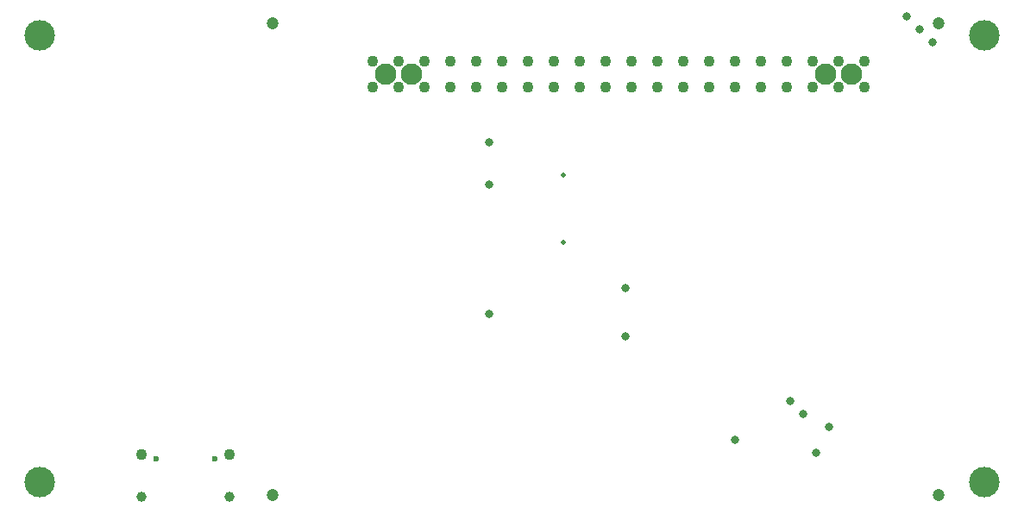
<source format=gbr>
G04 DesignSpark PCB Gerber Version 11.0 Build 5877*
G04 #@! TF.Part,Single*
G04 #@! TF.FilePolarity,Positive*
%FSLAX35Y35*%
%MOIN*%
G04 #@! TA.AperFunction,MechanicalDrill*
%ADD138C,0.01969*%
G04 #@! TA.AperFunction,ComponentDrill*
%ADD139C,0.02362*%
G04 #@! TA.AperFunction,ViaDrill*
%ADD137C,0.03189*%
G04 #@! TA.AperFunction,ComponentDrill*
%ADD94C,0.03937*%
%ADD92C,0.04331*%
%ADD93C,0.04724*%
%ADD140C,0.08268*%
G04 #@! TA.AperFunction,MechanicalDrill*
%ADD87C,0.11811*%
G04 #@! TD.AperFunction*
X0Y0D02*
D02*
D87*
X96500Y22750D03*
Y195250D03*
X461500Y22750D03*
Y195250D03*
D02*
D92*
X135722Y33522D03*
X169778D03*
X225250Y175250D03*
Y185250D03*
X235250Y175250D03*
Y185250D03*
X245250Y175250D03*
Y185250D03*
X255250Y175250D03*
Y185250D03*
X265250Y175250D03*
Y185250D03*
X275250Y175250D03*
Y185250D03*
X285250Y175250D03*
Y185250D03*
X295250Y175250D03*
Y185250D03*
X305250Y175250D03*
Y185250D03*
X315250Y175250D03*
Y185250D03*
X325250Y175250D03*
Y185250D03*
X335250Y175250D03*
Y185250D03*
X345250Y175250D03*
Y185250D03*
X355250Y175250D03*
Y185250D03*
X365250Y175250D03*
Y185250D03*
X375250Y175250D03*
Y185250D03*
X385250Y175250D03*
Y185250D03*
X395250Y175250D03*
Y185250D03*
X405250Y175250D03*
Y185250D03*
X415250Y175250D03*
Y185250D03*
D02*
D93*
X186500Y17715D03*
Y200215D03*
X444000Y17715D03*
Y200215D03*
D02*
D94*
X135722Y17105D03*
X169778D03*
D02*
D137*
X270250Y87750D03*
Y137750D03*
Y154000D03*
X322750Y79000D03*
Y97750D03*
X365250Y39000D03*
X386500Y54000D03*
X391500Y49000D03*
X396500Y34000D03*
X401500Y44000D03*
X431500Y202750D03*
X436500Y197750D03*
X441500Y192750D03*
D02*
D138*
X299000Y115250D03*
Y141500D03*
D02*
D139*
X141372Y31593D03*
X164128D03*
D02*
D140*
X230250Y180250D03*
X240250D03*
X400250D03*
X410250D03*
X0Y0D02*
M02*

</source>
